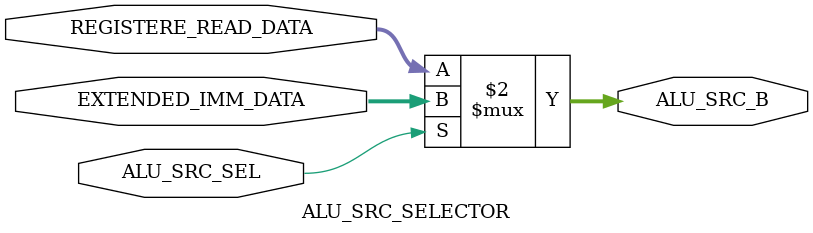
<source format=v>
module ALU_SRC_SELECTOR(
	input ALU_SRC_SEL,
	input [31:0] REGISTERE_READ_DATA,
	input [31:0] EXTENDED_IMM_DATA,
	output [31:0] ALU_SRC_B
);

assign ALU_SRC_B = (ALU_SRC_SEL == 1'b0) ?
	REGISTERE_READ_DATA :
	EXTENDED_IMM_DATA;

endmodule
	
</source>
